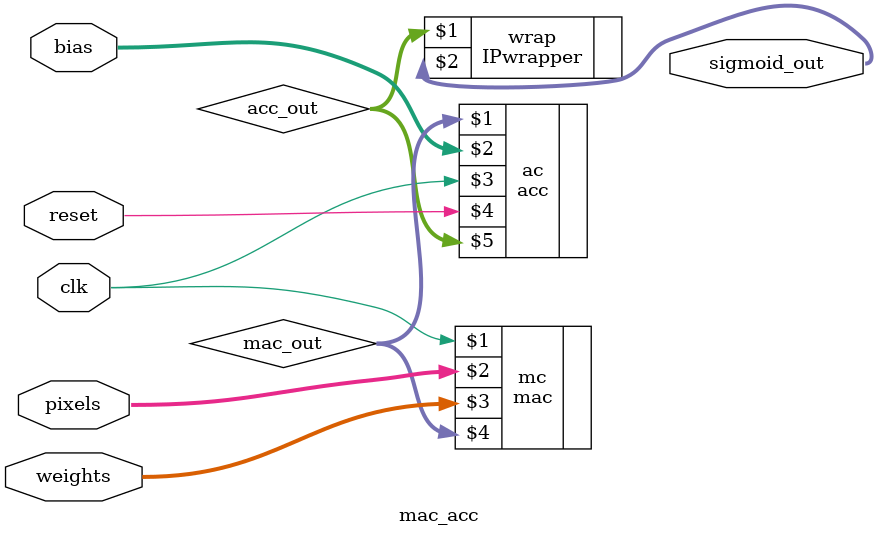
<source format=v>
`timescale 1ns / 1ps
module mac_acc(
    input clk,
    input reset,
    input [7:0] bias,
    input [127:0] pixels,
    input [127:0] weights,
    //output [21:0] acc_out
    output [7:0] sigmoid_out
    );
    
    wire [19:0] mac_out;
    wire [21:0] acc_out;
     
    
    mac mc(clk, pixels, weights, mac_out);
    acc ac(mac_out, bias, clk, reset, acc_out);
    IPwrapper wrap(acc_out, sigmoid_out);
endmodule


</source>
